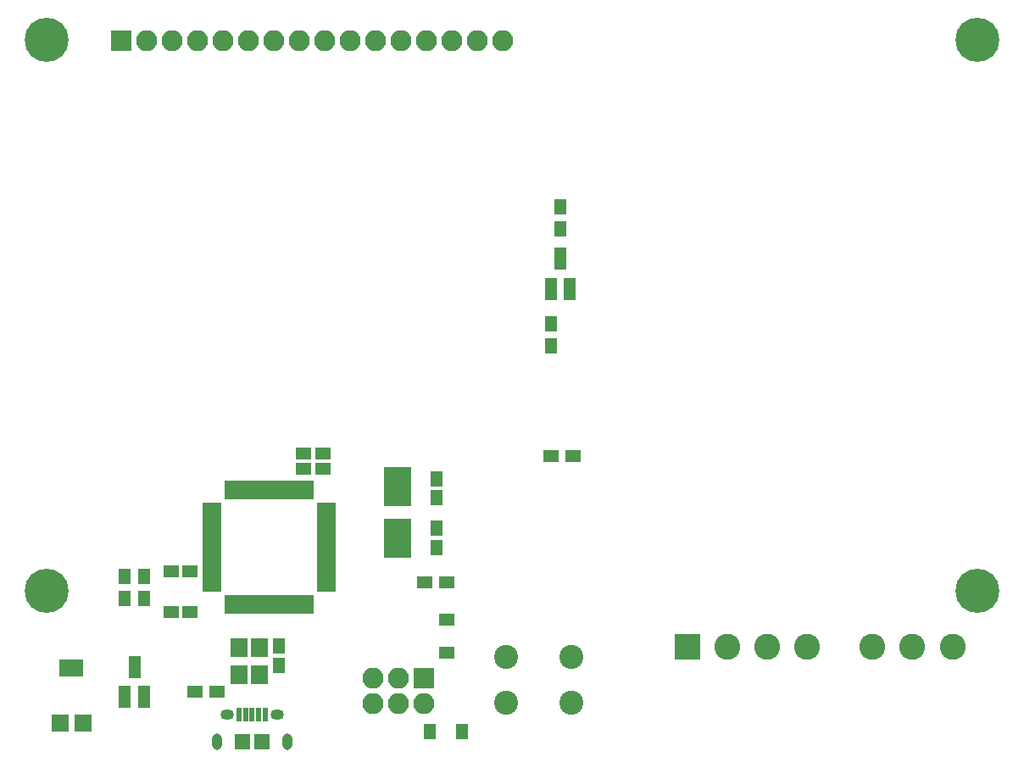
<source format=gbr>
G04 #@! TF.FileFunction,Soldermask,Top*
%FSLAX46Y46*%
G04 Gerber Fmt 4.6, Leading zero omitted, Abs format (unit mm)*
G04 Created by KiCad (PCBNEW 4.0.7-e2-6376~58~ubuntu16.04.1) date Wed Jan 10 16:59:47 2018*
%MOMM*%
%LPD*%
G01*
G04 APERTURE LIST*
%ADD10C,0.100000*%
%ADD11C,4.400000*%
%ADD12R,0.950000X1.900000*%
%ADD13R,1.900000X0.950000*%
%ADD14R,1.600000X1.150000*%
%ADD15R,1.150000X1.600000*%
%ADD16R,1.600000X1.300000*%
%ADD17R,1.700000X1.900000*%
%ADD18R,1.700000X1.700000*%
%ADD19R,2.400000X1.700000*%
%ADD20R,1.300000X1.600000*%
%ADD21C,2.400000*%
%ADD22R,2.800000X3.900000*%
%ADD23R,2.100000X2.100000*%
%ADD24O,2.100000X2.100000*%
%ADD25C,2.600000*%
%ADD26R,2.600000X2.600000*%
%ADD27R,1.200000X2.300000*%
%ADD28O,0.990000X1.650000*%
%ADD29R,1.600000X1.650000*%
%ADD30O,1.350000X1.050000*%
%ADD31R,0.500000X1.450000*%
G04 APERTURE END LIST*
D10*
D11*
X175500000Y-144500000D03*
X82500000Y-144500000D03*
X175500000Y-89500000D03*
D12*
X100750000Y-145850000D03*
X101550000Y-145850000D03*
X102350000Y-145850000D03*
X103150000Y-145850000D03*
X103950000Y-145850000D03*
X104750000Y-145850000D03*
X105550000Y-145850000D03*
X106350000Y-145850000D03*
X107150000Y-145850000D03*
X107950000Y-145850000D03*
X108750000Y-145850000D03*
D13*
X110450000Y-144150000D03*
X110450000Y-143350000D03*
X110450000Y-142550000D03*
X110450000Y-141750000D03*
X110450000Y-140950000D03*
X110450000Y-140150000D03*
X110450000Y-139350000D03*
X110450000Y-138550000D03*
X110450000Y-137750000D03*
X110450000Y-136950000D03*
X110450000Y-136150000D03*
D12*
X108750000Y-134450000D03*
X107950000Y-134450000D03*
X107150000Y-134450000D03*
X106350000Y-134450000D03*
X105550000Y-134450000D03*
X104750000Y-134450000D03*
X103950000Y-134450000D03*
X103150000Y-134450000D03*
X102350000Y-134450000D03*
X101550000Y-134450000D03*
X100750000Y-134450000D03*
D13*
X99050000Y-136150000D03*
X99050000Y-136950000D03*
X99050000Y-137750000D03*
X99050000Y-138550000D03*
X99050000Y-139350000D03*
X99050000Y-140150000D03*
X99050000Y-140950000D03*
X99050000Y-141750000D03*
X99050000Y-142550000D03*
X99050000Y-143350000D03*
X99050000Y-144150000D03*
D14*
X96850000Y-142550000D03*
X94950000Y-142550000D03*
D15*
X121500000Y-140150000D03*
X121500000Y-138250000D03*
X121500000Y-133300000D03*
X121500000Y-135200000D03*
X105700000Y-150050000D03*
X105700000Y-151950000D03*
D16*
X122450000Y-143700000D03*
X120250000Y-143700000D03*
D17*
X103800000Y-152900000D03*
X103800000Y-150200000D03*
X101700000Y-152900000D03*
X101700000Y-150200000D03*
D18*
X86150000Y-157750000D03*
D19*
X85000000Y-152250000D03*
D18*
X83850000Y-157750000D03*
D16*
X122450000Y-147350000D03*
X122450000Y-150650000D03*
D20*
X124050000Y-158550000D03*
X120750000Y-158550000D03*
D16*
X97350000Y-154550000D03*
X99550000Y-154550000D03*
D21*
X134950000Y-151150000D03*
X134950000Y-155650000D03*
X128450000Y-151150000D03*
X128450000Y-155650000D03*
D14*
X108200000Y-132300000D03*
X110100000Y-132300000D03*
X108200000Y-130750000D03*
X110100000Y-130750000D03*
X96850000Y-146650000D03*
X94950000Y-146650000D03*
D22*
X117550000Y-139300000D03*
X117550000Y-134100000D03*
D16*
X132900000Y-131050000D03*
X135100000Y-131050000D03*
D20*
X132900000Y-120050000D03*
X132900000Y-117850000D03*
X133850000Y-106150000D03*
X133850000Y-108350000D03*
X90350000Y-143050000D03*
X90350000Y-145250000D03*
X92250000Y-143050000D03*
X92250000Y-145250000D03*
D23*
X90000000Y-89540000D03*
D24*
X92540000Y-89540000D03*
X95080000Y-89540000D03*
X97620000Y-89540000D03*
X100160000Y-89540000D03*
X102700000Y-89540000D03*
X105240000Y-89540000D03*
X107780000Y-89540000D03*
X110320000Y-89540000D03*
X112860000Y-89540000D03*
X115400000Y-89540000D03*
X117940000Y-89540000D03*
X120480000Y-89540000D03*
X123020000Y-89540000D03*
X125560000Y-89540000D03*
X128100000Y-89540000D03*
D11*
X82500000Y-89500000D03*
D25*
X158500000Y-150100000D03*
X154500000Y-150100000D03*
X150500000Y-150100000D03*
X169000000Y-150100000D03*
X165000000Y-150100000D03*
D26*
X146500000Y-150100000D03*
D25*
X173000000Y-150100000D03*
D23*
X120200000Y-153200000D03*
D24*
X120200000Y-155740000D03*
X117660000Y-153200000D03*
X117660000Y-155740000D03*
X115120000Y-153200000D03*
X115120000Y-155740000D03*
D27*
X132900000Y-114350000D03*
X134800000Y-114350000D03*
X133850000Y-111350000D03*
X90350000Y-155100000D03*
X92250000Y-155100000D03*
X91300000Y-152100000D03*
D28*
X106550000Y-159550000D03*
D29*
X104050000Y-159550000D03*
D30*
X105550000Y-156850000D03*
D28*
X99550000Y-159550000D03*
D29*
X102050000Y-159550000D03*
D31*
X101750000Y-156850000D03*
X102400000Y-156850000D03*
X103050000Y-156850000D03*
X103700000Y-156850000D03*
X104350000Y-156850000D03*
D30*
X100550000Y-156850000D03*
M02*

</source>
